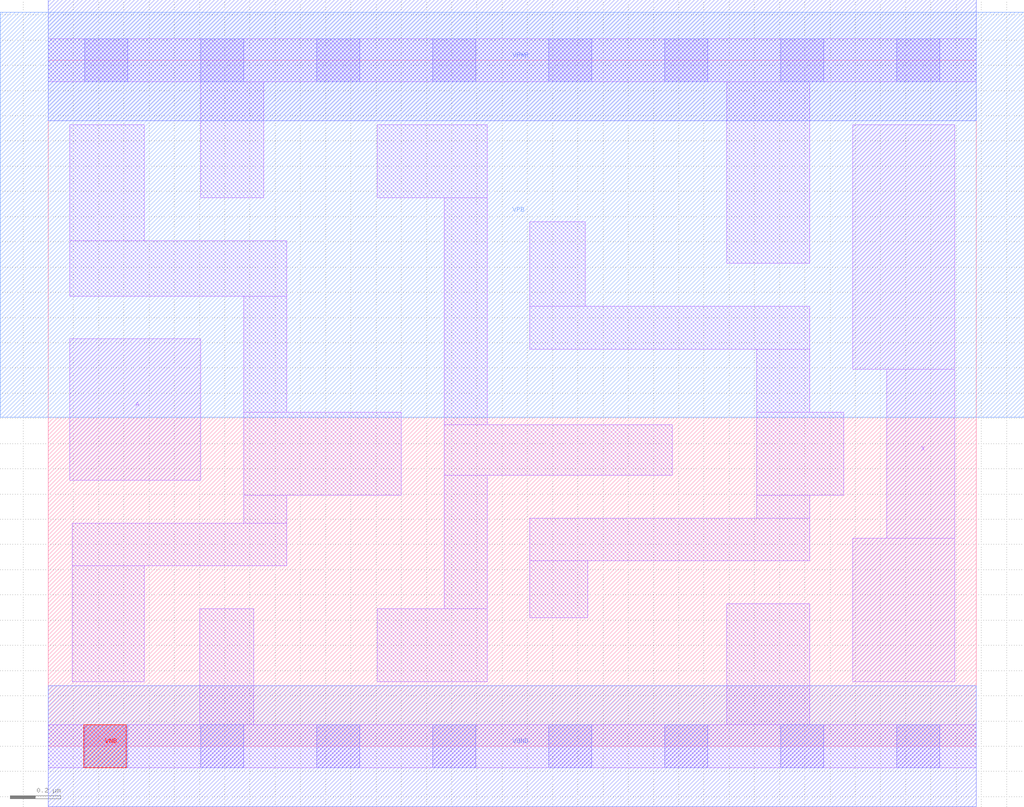
<source format=lef>
# Copyright 2020 The SkyWater PDK Authors
#
# Licensed under the Apache License, Version 2.0 (the "License");
# you may not use this file except in compliance with the License.
# You may obtain a copy of the License at
#
#     https://www.apache.org/licenses/LICENSE-2.0
#
# Unless required by applicable law or agreed to in writing, software
# distributed under the License is distributed on an "AS IS" BASIS,
# WITHOUT WARRANTIES OR CONDITIONS OF ANY KIND, either express or implied.
# See the License for the specific language governing permissions and
# limitations under the License.
#
# SPDX-License-Identifier: Apache-2.0

VERSION 5.7 ;
  NOWIREEXTENSIONATPIN ON ;
  DIVIDERCHAR "/" ;
  BUSBITCHARS "[]" ;
PROPERTYDEFINITIONS
  MACRO maskLayoutSubType STRING ;
  MACRO prCellType STRING ;
  MACRO originalViewName STRING ;
END PROPERTYDEFINITIONS
MACRO sky130_fd_sc_hdll__dlygate4sd3_1
  CLASS CORE ;
  FOREIGN sky130_fd_sc_hdll__dlygate4sd3_1 ;
  ORIGIN  0.000000  0.000000 ;
  SIZE  3.680000 BY  2.720000 ;
  SYMMETRY X Y R90 ;
  SITE unithd ;
  PIN A
    ANTENNAGATEAREA  0.138600 ;
    DIRECTION INPUT ;
    USE SIGNAL ;
    PORT
      LAYER li1 ;
        RECT 0.085000 1.055000 0.605000 1.615000 ;
    END
  END A
  PIN VNB
    PORT
      LAYER pwell ;
        RECT 0.140000 -0.085000 0.310000 0.085000 ;
    END
  END VNB
  PIN VPB
    PORT
      LAYER nwell ;
        RECT -0.190000 1.305000 3.870000 2.910000 ;
    END
  END VPB
  PIN X
    ANTENNADIFFAREA  0.445500 ;
    DIRECTION OUTPUT ;
    USE SIGNAL ;
    PORT
      LAYER li1 ;
        RECT 3.190000 0.255000 3.595000 0.825000 ;
        RECT 3.190000 1.495000 3.595000 2.465000 ;
        RECT 3.325000 0.825000 3.595000 1.495000 ;
    END
  END X
  PIN VGND
    DIRECTION INOUT ;
    USE GROUND ;
    PORT
      LAYER met1 ;
        RECT 0.000000 -0.240000 3.680000 0.240000 ;
    END
  END VGND
  PIN VPWR
    DIRECTION INOUT ;
    USE POWER ;
    PORT
      LAYER met1 ;
        RECT 0.000000 2.480000 3.680000 2.960000 ;
    END
  END VPWR
  OBS
    LAYER li1 ;
      RECT 0.000000 -0.085000 3.680000 0.085000 ;
      RECT 0.000000  2.635000 3.680000 2.805000 ;
      RECT 0.085000  1.785000 0.945000 2.005000 ;
      RECT 0.085000  2.005000 0.380000 2.465000 ;
      RECT 0.095000  0.255000 0.380000 0.715000 ;
      RECT 0.095000  0.715000 0.945000 0.885000 ;
      RECT 0.600000  0.085000 0.815000 0.545000 ;
      RECT 0.605000  2.175000 0.855000 2.635000 ;
      RECT 0.775000  0.885000 0.945000 0.995000 ;
      RECT 0.775000  0.995000 1.400000 1.325000 ;
      RECT 0.775000  1.325000 0.945000 1.785000 ;
      RECT 1.305000  0.255000 1.740000 0.545000 ;
      RECT 1.305000  2.175000 1.740000 2.465000 ;
      RECT 1.570000  0.545000 1.740000 1.075000 ;
      RECT 1.570000  1.075000 2.475000 1.275000 ;
      RECT 1.570000  1.275000 1.740000 2.175000 ;
      RECT 1.910000  0.510000 2.140000 0.735000 ;
      RECT 1.910000  0.735000 3.020000 0.905000 ;
      RECT 1.910000  1.575000 3.020000 1.745000 ;
      RECT 1.910000  1.745000 2.130000 2.080000 ;
      RECT 2.690000  0.085000 3.020000 0.565000 ;
      RECT 2.690000  1.915000 3.020000 2.635000 ;
      RECT 2.810000  0.905000 3.020000 0.995000 ;
      RECT 2.810000  0.995000 3.155000 1.325000 ;
      RECT 2.810000  1.325000 3.020000 1.575000 ;
    LAYER mcon ;
      RECT 0.145000 -0.085000 0.315000 0.085000 ;
      RECT 0.145000  2.635000 0.315000 2.805000 ;
      RECT 0.605000 -0.085000 0.775000 0.085000 ;
      RECT 0.605000  2.635000 0.775000 2.805000 ;
      RECT 1.065000 -0.085000 1.235000 0.085000 ;
      RECT 1.065000  2.635000 1.235000 2.805000 ;
      RECT 1.525000 -0.085000 1.695000 0.085000 ;
      RECT 1.525000  2.635000 1.695000 2.805000 ;
      RECT 1.985000 -0.085000 2.155000 0.085000 ;
      RECT 1.985000  2.635000 2.155000 2.805000 ;
      RECT 2.445000 -0.085000 2.615000 0.085000 ;
      RECT 2.445000  2.635000 2.615000 2.805000 ;
      RECT 2.905000 -0.085000 3.075000 0.085000 ;
      RECT 2.905000  2.635000 3.075000 2.805000 ;
      RECT 3.365000 -0.085000 3.535000 0.085000 ;
      RECT 3.365000  2.635000 3.535000 2.805000 ;
  END
  PROPERTY maskLayoutSubType "abstract" ;
  PROPERTY prCellType "standard" ;
  PROPERTY originalViewName "layout" ;
END sky130_fd_sc_hdll__dlygate4sd3_1
END LIBRARY

</source>
